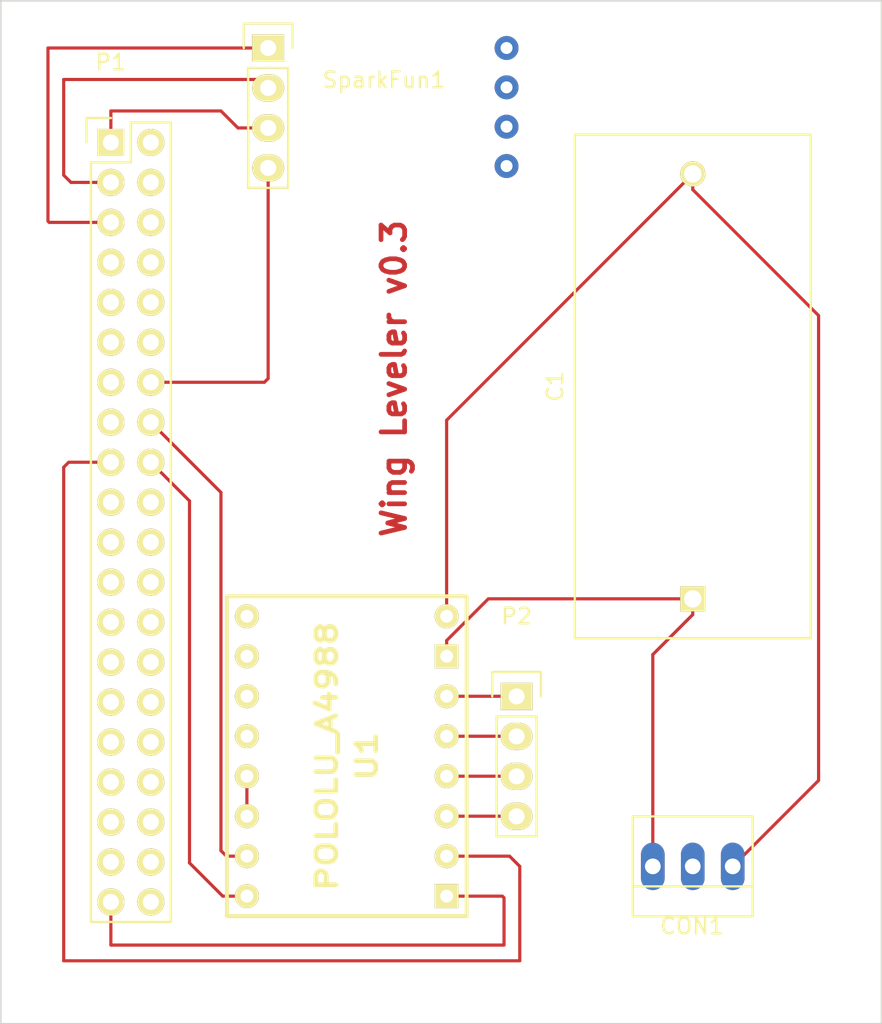
<source format=kicad_pcb>
(kicad_pcb (version 4) (host pcbnew 4.0.4-stable)

  (general
    (links 17)
    (no_connects 0)
    (area 195.949999 77.949999 252.050001 143.050001)
    (thickness 1.6)
    (drawings 5)
    (tracks 57)
    (zones 0)
    (modules 6)
    (nets 16)
  )

  (page A4)
  (layers
    (0 F.Cu signal)
    (31 B.Cu signal)
    (32 B.Adhes user)
    (33 F.Adhes user)
    (34 B.Paste user)
    (35 F.Paste user)
    (36 B.SilkS user)
    (37 F.SilkS user)
    (38 B.Mask user)
    (39 F.Mask user)
    (40 Dwgs.User user)
    (41 Cmts.User user)
    (42 Eco1.User user)
    (43 Eco2.User user)
    (44 Edge.Cuts user)
    (45 Margin user)
    (46 B.CrtYd user)
    (47 F.CrtYd user)
    (48 B.Fab user)
    (49 F.Fab user)
  )

  (setup
    (last_trace_width 0.2)
    (trace_clearance 0.2)
    (zone_clearance 0.508)
    (zone_45_only no)
    (trace_min 0.2)
    (segment_width 0.2)
    (edge_width 0.1)
    (via_size 0.6)
    (via_drill 0.4)
    (via_min_size 0.4)
    (via_min_drill 0.3)
    (uvia_size 0.3)
    (uvia_drill 0.1)
    (uvias_allowed no)
    (uvia_min_size 0.2)
    (uvia_min_drill 0.1)
    (pcb_text_width 0.3)
    (pcb_text_size 1.5 1.5)
    (mod_edge_width 0.15)
    (mod_text_size 1 1)
    (mod_text_width 0.15)
    (pad_size 1.5 1.5)
    (pad_drill 0.6)
    (pad_to_mask_clearance 0)
    (aux_axis_origin 196 78)
    (visible_elements FFFFFF7F)
    (pcbplotparams
      (layerselection 0x00030_80000001)
      (usegerberextensions false)
      (excludeedgelayer true)
      (linewidth 0.100000)
      (plotframeref false)
      (viasonmask false)
      (mode 1)
      (useauxorigin false)
      (hpglpennumber 1)
      (hpglpenspeed 20)
      (hpglpendiameter 15)
      (hpglpenoverlay 2)
      (psnegative false)
      (psa4output false)
      (plotreference true)
      (plotvalue true)
      (plotinvisibletext false)
      (padsonsilk false)
      (subtractmaskfromsilk false)
      (outputformat 1)
      (mirror false)
      (drillshape 1)
      (scaleselection 1)
      (outputdirectory ""))
  )

  (net 0 "")
  (net 1 "Net-(C1-Pad1)")
  (net 2 "Net-(C1-Pad2)")
  (net 3 "Net-(P1-Pad1)")
  (net 4 "Net-(P1-Pad3)")
  (net 5 "Net-(P1-Pad5)")
  (net 6 "Net-(P1-Pad16)")
  (net 7 "Net-(P1-Pad17)")
  (net 8 "Net-(P1-Pad18)")
  (net 9 "Net-(P1-Pad39)")
  (net 10 "Net-(P2-Pad1)")
  (net 11 "Net-(P2-Pad2)")
  (net 12 "Net-(P2-Pad3)")
  (net 13 "Net-(P2-Pad4)")
  (net 14 "Net-(U1-Pad13)")
  (net 15 "Net-(P1-Pad14)")

  (net_class Default "This is the default net class."
    (clearance 0.2)
    (trace_width 0.2)
    (via_dia 0.6)
    (via_drill 0.4)
    (uvia_dia 0.3)
    (uvia_drill 0.1)
    (add_net "Net-(C1-Pad1)")
    (add_net "Net-(C1-Pad2)")
    (add_net "Net-(P1-Pad1)")
    (add_net "Net-(P1-Pad14)")
    (add_net "Net-(P1-Pad16)")
    (add_net "Net-(P1-Pad17)")
    (add_net "Net-(P1-Pad18)")
    (add_net "Net-(P1-Pad3)")
    (add_net "Net-(P1-Pad39)")
    (add_net "Net-(P1-Pad5)")
    (add_net "Net-(P2-Pad1)")
    (add_net "Net-(P2-Pad2)")
    (add_net "Net-(P2-Pad3)")
    (add_net "Net-(P2-Pad4)")
    (add_net "Net-(U1-Pad13)")
  )

  (module Capacitors_ThroughHole:C_Rect_L32_W15_P27 (layer F.Cu) (tedit 0) (tstamp 5833FFF1)
    (at 240 116 90)
    (descr "Film Capacitor Length 32mm x Width 15mm, Pitch 27mm")
    (tags Capacitor)
    (path /58342D52)
    (fp_text reference C1 (at 13.5 -8.75 90) (layer F.SilkS)
      (effects (font (size 1 1) (thickness 0.15)))
    )
    (fp_text value C (at 13.5 8.75 90) (layer F.Fab)
      (effects (font (size 1 1) (thickness 0.15)))
    )
    (fp_line (start -2.75 -7.75) (end 29.75 -7.75) (layer F.CrtYd) (width 0.05))
    (fp_line (start 29.75 -7.75) (end 29.75 7.75) (layer F.CrtYd) (width 0.05))
    (fp_line (start 29.75 7.75) (end -2.75 7.75) (layer F.CrtYd) (width 0.05))
    (fp_line (start -2.75 7.75) (end -2.75 -7.75) (layer F.CrtYd) (width 0.05))
    (fp_line (start -2.5 -7.5) (end 29.5 -7.5) (layer F.SilkS) (width 0.15))
    (fp_line (start 29.5 -7.5) (end 29.5 7.5) (layer F.SilkS) (width 0.15))
    (fp_line (start 29.5 7.5) (end -2.5 7.5) (layer F.SilkS) (width 0.15))
    (fp_line (start -2.5 7.5) (end -2.5 -7.5) (layer F.SilkS) (width 0.15))
    (pad 1 thru_hole rect (at 0 0 90) (size 1.6 1.6) (drill 1.1) (layers *.Cu *.Mask F.SilkS)
      (net 1 "Net-(C1-Pad1)"))
    (pad 2 thru_hole circle (at 27 0 90) (size 1.6 1.6) (drill 1.1) (layers *.Cu *.Mask F.SilkS)
      (net 2 "Net-(C1-Pad2)"))
  )

  (module Connect:PINHEAD1-3 (layer F.Cu) (tedit 0) (tstamp 5833FFFD)
    (at 240 133 180)
    (path /5834133D)
    (attr virtual)
    (fp_text reference CON1 (at 0.05 -3.8 180) (layer F.SilkS)
      (effects (font (size 1 1) (thickness 0.15)))
    )
    (fp_text value BARREL_JACK (at 0 3.81 180) (layer F.Fab)
      (effects (font (size 1 1) (thickness 0.15)))
    )
    (fp_line (start -3.81 -3.175) (end -3.81 3.175) (layer F.SilkS) (width 0.15))
    (fp_line (start 3.81 -3.175) (end 3.81 3.175) (layer F.SilkS) (width 0.15))
    (fp_line (start 3.81 -1.27) (end -3.81 -1.27) (layer F.SilkS) (width 0.15))
    (fp_line (start -3.81 -3.175) (end 3.81 -3.175) (layer F.SilkS) (width 0.15))
    (fp_line (start 3.81 3.175) (end -3.81 3.175) (layer F.SilkS) (width 0.15))
    (pad 1 thru_hole oval (at -2.54 0 180) (size 1.50622 3.01498) (drill 0.99822) (layers *.Cu *.Mask)
      (net 2 "Net-(C1-Pad2)"))
    (pad 2 thru_hole oval (at 0 0 180) (size 1.50622 3.01498) (drill 0.99822) (layers *.Cu *.Mask))
    (pad 3 thru_hole oval (at 2.54 0 180) (size 1.50622 3.01498) (drill 0.99822) (layers *.Cu *.Mask)
      (net 1 "Net-(C1-Pad1)"))
  )

  (module Pin_Headers:Pin_Header_Straight_2x20 (layer F.Cu) (tedit 0) (tstamp 58340035)
    (at 203 87)
    (descr "Through hole pin header")
    (tags "pin header")
    (path /5833E9A2)
    (fp_text reference P1 (at 0 -5.1) (layer F.SilkS)
      (effects (font (size 1 1) (thickness 0.15)))
    )
    (fp_text value CONN_02X20 (at 0 -3.1) (layer F.Fab)
      (effects (font (size 1 1) (thickness 0.15)))
    )
    (fp_line (start -1.75 -1.75) (end -1.75 50.05) (layer F.CrtYd) (width 0.05))
    (fp_line (start 4.3 -1.75) (end 4.3 50.05) (layer F.CrtYd) (width 0.05))
    (fp_line (start -1.75 -1.75) (end 4.3 -1.75) (layer F.CrtYd) (width 0.05))
    (fp_line (start -1.75 50.05) (end 4.3 50.05) (layer F.CrtYd) (width 0.05))
    (fp_line (start 3.81 49.53) (end 3.81 -1.27) (layer F.SilkS) (width 0.15))
    (fp_line (start -1.27 1.27) (end -1.27 49.53) (layer F.SilkS) (width 0.15))
    (fp_line (start 3.81 49.53) (end -1.27 49.53) (layer F.SilkS) (width 0.15))
    (fp_line (start 3.81 -1.27) (end 1.27 -1.27) (layer F.SilkS) (width 0.15))
    (fp_line (start 0 -1.55) (end -1.55 -1.55) (layer F.SilkS) (width 0.15))
    (fp_line (start 1.27 -1.27) (end 1.27 1.27) (layer F.SilkS) (width 0.15))
    (fp_line (start 1.27 1.27) (end -1.27 1.27) (layer F.SilkS) (width 0.15))
    (fp_line (start -1.55 -1.55) (end -1.55 0) (layer F.SilkS) (width 0.15))
    (pad 1 thru_hole rect (at 0 0) (size 1.7272 1.7272) (drill 1.016) (layers *.Cu *.Mask F.SilkS)
      (net 3 "Net-(P1-Pad1)"))
    (pad 2 thru_hole oval (at 2.54 0) (size 1.7272 1.7272) (drill 1.016) (layers *.Cu *.Mask F.SilkS))
    (pad 3 thru_hole oval (at 0 2.54) (size 1.7272 1.7272) (drill 1.016) (layers *.Cu *.Mask F.SilkS)
      (net 4 "Net-(P1-Pad3)"))
    (pad 4 thru_hole oval (at 2.54 2.54) (size 1.7272 1.7272) (drill 1.016) (layers *.Cu *.Mask F.SilkS))
    (pad 5 thru_hole oval (at 0 5.08) (size 1.7272 1.7272) (drill 1.016) (layers *.Cu *.Mask F.SilkS)
      (net 5 "Net-(P1-Pad5)"))
    (pad 6 thru_hole oval (at 2.54 5.08) (size 1.7272 1.7272) (drill 1.016) (layers *.Cu *.Mask F.SilkS))
    (pad 7 thru_hole oval (at 0 7.62) (size 1.7272 1.7272) (drill 1.016) (layers *.Cu *.Mask F.SilkS))
    (pad 8 thru_hole oval (at 2.54 7.62) (size 1.7272 1.7272) (drill 1.016) (layers *.Cu *.Mask F.SilkS))
    (pad 9 thru_hole oval (at 0 10.16) (size 1.7272 1.7272) (drill 1.016) (layers *.Cu *.Mask F.SilkS))
    (pad 10 thru_hole oval (at 2.54 10.16) (size 1.7272 1.7272) (drill 1.016) (layers *.Cu *.Mask F.SilkS))
    (pad 11 thru_hole oval (at 0 12.7) (size 1.7272 1.7272) (drill 1.016) (layers *.Cu *.Mask F.SilkS))
    (pad 12 thru_hole oval (at 2.54 12.7) (size 1.7272 1.7272) (drill 1.016) (layers *.Cu *.Mask F.SilkS))
    (pad 13 thru_hole oval (at 0 15.24) (size 1.7272 1.7272) (drill 1.016) (layers *.Cu *.Mask F.SilkS))
    (pad 14 thru_hole oval (at 2.54 15.24) (size 1.7272 1.7272) (drill 1.016) (layers *.Cu *.Mask F.SilkS)
      (net 15 "Net-(P1-Pad14)"))
    (pad 15 thru_hole oval (at 0 17.78) (size 1.7272 1.7272) (drill 1.016) (layers *.Cu *.Mask F.SilkS))
    (pad 16 thru_hole oval (at 2.54 17.78) (size 1.7272 1.7272) (drill 1.016) (layers *.Cu *.Mask F.SilkS)
      (net 6 "Net-(P1-Pad16)"))
    (pad 17 thru_hole oval (at 0 20.32) (size 1.7272 1.7272) (drill 1.016) (layers *.Cu *.Mask F.SilkS)
      (net 7 "Net-(P1-Pad17)"))
    (pad 18 thru_hole oval (at 2.54 20.32) (size 1.7272 1.7272) (drill 1.016) (layers *.Cu *.Mask F.SilkS)
      (net 8 "Net-(P1-Pad18)"))
    (pad 19 thru_hole oval (at 0 22.86) (size 1.7272 1.7272) (drill 1.016) (layers *.Cu *.Mask F.SilkS))
    (pad 20 thru_hole oval (at 2.54 22.86) (size 1.7272 1.7272) (drill 1.016) (layers *.Cu *.Mask F.SilkS))
    (pad 21 thru_hole oval (at 0 25.4) (size 1.7272 1.7272) (drill 1.016) (layers *.Cu *.Mask F.SilkS))
    (pad 22 thru_hole oval (at 2.54 25.4) (size 1.7272 1.7272) (drill 1.016) (layers *.Cu *.Mask F.SilkS))
    (pad 23 thru_hole oval (at 0 27.94) (size 1.7272 1.7272) (drill 1.016) (layers *.Cu *.Mask F.SilkS))
    (pad 24 thru_hole oval (at 2.54 27.94) (size 1.7272 1.7272) (drill 1.016) (layers *.Cu *.Mask F.SilkS))
    (pad 25 thru_hole oval (at 0 30.48) (size 1.7272 1.7272) (drill 1.016) (layers *.Cu *.Mask F.SilkS))
    (pad 26 thru_hole oval (at 2.54 30.48) (size 1.7272 1.7272) (drill 1.016) (layers *.Cu *.Mask F.SilkS))
    (pad 27 thru_hole oval (at 0 33.02) (size 1.7272 1.7272) (drill 1.016) (layers *.Cu *.Mask F.SilkS))
    (pad 28 thru_hole oval (at 2.54 33.02) (size 1.7272 1.7272) (drill 1.016) (layers *.Cu *.Mask F.SilkS))
    (pad 29 thru_hole oval (at 0 35.56) (size 1.7272 1.7272) (drill 1.016) (layers *.Cu *.Mask F.SilkS))
    (pad 30 thru_hole oval (at 2.54 35.56) (size 1.7272 1.7272) (drill 1.016) (layers *.Cu *.Mask F.SilkS))
    (pad 31 thru_hole oval (at 0 38.1) (size 1.7272 1.7272) (drill 1.016) (layers *.Cu *.Mask F.SilkS))
    (pad 32 thru_hole oval (at 2.54 38.1) (size 1.7272 1.7272) (drill 1.016) (layers *.Cu *.Mask F.SilkS))
    (pad 33 thru_hole oval (at 0 40.64) (size 1.7272 1.7272) (drill 1.016) (layers *.Cu *.Mask F.SilkS))
    (pad 34 thru_hole oval (at 2.54 40.64) (size 1.7272 1.7272) (drill 1.016) (layers *.Cu *.Mask F.SilkS))
    (pad 35 thru_hole oval (at 0 43.18) (size 1.7272 1.7272) (drill 1.016) (layers *.Cu *.Mask F.SilkS))
    (pad 36 thru_hole oval (at 2.54 43.18) (size 1.7272 1.7272) (drill 1.016) (layers *.Cu *.Mask F.SilkS))
    (pad 37 thru_hole oval (at 0 45.72) (size 1.7272 1.7272) (drill 1.016) (layers *.Cu *.Mask F.SilkS))
    (pad 38 thru_hole oval (at 2.54 45.72) (size 1.7272 1.7272) (drill 1.016) (layers *.Cu *.Mask F.SilkS))
    (pad 39 thru_hole oval (at 0 48.26) (size 1.7272 1.7272) (drill 1.016) (layers *.Cu *.Mask F.SilkS)
      (net 9 "Net-(P1-Pad39)"))
    (pad 40 thru_hole oval (at 2.54 48.26) (size 1.7272 1.7272) (drill 1.016) (layers *.Cu *.Mask F.SilkS))
    (model Pin_Headers.3dshapes/Pin_Header_Straight_2x20.wrl
      (at (xyz 0.05 -0.95 0))
      (scale (xyz 1 1 1))
      (rotate (xyz 0 0 90))
    )
  )

  (module pololu:SWDIP8_.6W (layer F.Cu) (tedit 4E885F3C) (tstamp 5834006C)
    (at 218 126 90)
    (path /5833A602)
    (fp_text reference U1 (at 0 1.27 90) (layer F.SilkS)
      (effects (font (size 1.27 1.524) (thickness 0.3048)))
    )
    (fp_text value POLOLU_A4988 (at 0 -1.27 90) (layer F.SilkS)
      (effects (font (size 1.27 1.524) (thickness 0.3048)))
    )
    (fp_line (start -10.16 -7.62) (end 10.16 -7.62) (layer F.SilkS) (width 0.254))
    (fp_line (start 10.16 -7.62) (end 10.16 7.62) (layer F.SilkS) (width 0.254))
    (fp_line (start 10.16 7.62) (end -10.16 7.62) (layer F.SilkS) (width 0.254))
    (fp_line (start -10.16 7.62) (end -10.16 -7.62) (layer F.SilkS) (width 0.254))
    (pad 1 thru_hole rect (at -8.89 6.35 90) (size 1.524 1.524) (drill 0.8128) (layers *.Cu *.Mask F.SilkS)
      (net 9 "Net-(P1-Pad39)"))
    (pad 2 thru_hole circle (at -6.35 6.35 90) (size 1.524 1.524) (drill 0.8128) (layers *.Cu *.Mask F.SilkS)
      (net 7 "Net-(P1-Pad17)"))
    (pad 3 thru_hole circle (at -3.81 6.35 90) (size 1.524 1.524) (drill 0.8128) (layers *.Cu *.Mask F.SilkS)
      (net 13 "Net-(P2-Pad4)"))
    (pad 4 thru_hole circle (at -1.27 6.35 90) (size 1.524 1.524) (drill 0.8128) (layers *.Cu *.Mask F.SilkS)
      (net 12 "Net-(P2-Pad3)"))
    (pad 5 thru_hole circle (at 1.27 6.35 90) (size 1.524 1.524) (drill 0.8128) (layers *.Cu *.Mask F.SilkS)
      (net 11 "Net-(P2-Pad2)"))
    (pad 6 thru_hole circle (at 3.81 6.35 90) (size 1.524 1.524) (drill 0.8128) (layers *.Cu *.Mask F.SilkS)
      (net 10 "Net-(P2-Pad1)"))
    (pad 7 thru_hole rect (at 6.35 6.35 90) (size 1.524 1.524) (drill 0.8128) (layers *.Cu *.Mask F.SilkS)
      (net 1 "Net-(C1-Pad1)"))
    (pad 8 thru_hole circle (at 8.89 6.35 90) (size 1.524 1.524) (drill 0.8128) (layers *.Cu *.Mask F.SilkS)
      (net 2 "Net-(C1-Pad2)"))
    (pad 9 thru_hole circle (at 8.89 -6.35 90) (size 1.524 1.524) (drill 0.8128) (layers *.Cu *.Mask F.SilkS))
    (pad 10 thru_hole circle (at 6.35 -6.35 90) (size 1.524 1.524) (drill 0.8128) (layers *.Cu *.Mask F.SilkS))
    (pad 11 thru_hole circle (at 3.81 -6.35 90) (size 1.524 1.524) (drill 0.8128) (layers *.Cu *.Mask F.SilkS))
    (pad 12 thru_hole circle (at 1.27 -6.35 90) (size 1.524 1.524) (drill 0.8128) (layers *.Cu *.Mask F.SilkS))
    (pad 13 thru_hole circle (at -1.27 -6.35 90) (size 1.524 1.524) (drill 0.8128) (layers *.Cu *.Mask F.SilkS)
      (net 14 "Net-(U1-Pad13)"))
    (pad 14 thru_hole circle (at -3.81 -6.35 90) (size 1.524 1.524) (drill 0.8128) (layers *.Cu *.Mask F.SilkS)
      (net 14 "Net-(U1-Pad13)"))
    (pad 15 thru_hole circle (at -6.35 -6.35 90) (size 1.524 1.524) (drill 0.8128) (layers *.Cu *.Mask F.SilkS)
      (net 6 "Net-(P1-Pad16)"))
    (pad 16 thru_hole circle (at -8.89 -6.35 90) (size 1.524 1.524) (drill 0.8128) (layers *.Cu *.Mask F.SilkS)
      (net 8 "Net-(P1-Pad18)"))
  )

  (module Pin_Headers:Pin_Header_Straight_1x04 (layer F.Cu) (tedit 0) (tstamp 583D6EC6)
    (at 228.8 122.2)
    (descr "Through hole pin header")
    (tags "pin header")
    (path /5833D1BC)
    (fp_text reference P2 (at 0 -5.1) (layer F.SilkS)
      (effects (font (size 1 1) (thickness 0.15)))
    )
    (fp_text value CONN_01X04 (at 0 -3.1) (layer F.Fab)
      (effects (font (size 1 1) (thickness 0.15)))
    )
    (fp_line (start -1.75 -1.75) (end -1.75 9.4) (layer F.CrtYd) (width 0.05))
    (fp_line (start 1.75 -1.75) (end 1.75 9.4) (layer F.CrtYd) (width 0.05))
    (fp_line (start -1.75 -1.75) (end 1.75 -1.75) (layer F.CrtYd) (width 0.05))
    (fp_line (start -1.75 9.4) (end 1.75 9.4) (layer F.CrtYd) (width 0.05))
    (fp_line (start -1.27 1.27) (end -1.27 8.89) (layer F.SilkS) (width 0.15))
    (fp_line (start 1.27 1.27) (end 1.27 8.89) (layer F.SilkS) (width 0.15))
    (fp_line (start 1.55 -1.55) (end 1.55 0) (layer F.SilkS) (width 0.15))
    (fp_line (start -1.27 8.89) (end 1.27 8.89) (layer F.SilkS) (width 0.15))
    (fp_line (start 1.27 1.27) (end -1.27 1.27) (layer F.SilkS) (width 0.15))
    (fp_line (start -1.55 0) (end -1.55 -1.55) (layer F.SilkS) (width 0.15))
    (fp_line (start -1.55 -1.55) (end 1.55 -1.55) (layer F.SilkS) (width 0.15))
    (pad 1 thru_hole rect (at 0 0) (size 2.032 1.7272) (drill 1.016) (layers *.Cu *.Mask F.SilkS)
      (net 10 "Net-(P2-Pad1)"))
    (pad 2 thru_hole oval (at 0 2.54) (size 2.032 1.7272) (drill 1.016) (layers *.Cu *.Mask F.SilkS)
      (net 11 "Net-(P2-Pad2)"))
    (pad 3 thru_hole oval (at 0 5.08) (size 2.032 1.7272) (drill 1.016) (layers *.Cu *.Mask F.SilkS)
      (net 12 "Net-(P2-Pad3)"))
    (pad 4 thru_hole oval (at 0 7.62) (size 2.032 1.7272) (drill 1.016) (layers *.Cu *.Mask F.SilkS)
      (net 13 "Net-(P2-Pad4)"))
    (model Pin_Headers.3dshapes/Pin_Header_Straight_1x04.wrl
      (at (xyz 0 -0.15 0))
      (scale (xyz 1 1 1))
      (rotate (xyz 0 0 90))
    )
  )

  (module Connectors_Harwin:mpu9250SparkFun2 (layer F.Cu) (tedit 58340C60) (tstamp 583D6ED8)
    (at 213 81)
    (descr "Through hole pin header")
    (tags "pin header")
    (path /5833F1BB)
    (fp_text reference SparkFun1 (at 7.366 2.032) (layer F.SilkS)
      (effects (font (size 1 1) (thickness 0.15)))
    )
    (fp_text value MPU9250 (at 7.366 4.572) (layer F.Fab)
      (effects (font (size 1 1) (thickness 0.15)))
    )
    (fp_line (start -1.75 -1.75) (end -1.75 9.4) (layer F.CrtYd) (width 0.05))
    (fp_line (start 1.75 -1.75) (end 1.75 9.4) (layer F.CrtYd) (width 0.05))
    (fp_line (start -1.75 -1.75) (end 1.75 -1.75) (layer F.CrtYd) (width 0.05))
    (fp_line (start -1.75 9.4) (end 1.75 9.4) (layer F.CrtYd) (width 0.05))
    (fp_line (start -1.27 1.27) (end -1.27 8.89) (layer F.SilkS) (width 0.15))
    (fp_line (start 1.27 1.27) (end 1.27 8.89) (layer F.SilkS) (width 0.15))
    (fp_line (start 1.55 -1.55) (end 1.55 0) (layer F.SilkS) (width 0.15))
    (fp_line (start -1.27 8.89) (end 1.27 8.89) (layer F.SilkS) (width 0.15))
    (fp_line (start 1.27 1.27) (end -1.27 1.27) (layer F.SilkS) (width 0.15))
    (fp_line (start -1.55 0) (end -1.55 -1.55) (layer F.SilkS) (width 0.15))
    (fp_line (start -1.55 -1.55) (end 1.55 -1.55) (layer F.SilkS) (width 0.15))
    (pad 1 thru_hole rect (at 0 0) (size 2.032 1.7272) (drill 1.016) (layers *.Cu *.Mask F.SilkS)
      (net 5 "Net-(P1-Pad5)"))
    (pad 2 thru_hole oval (at 0 2.54) (size 2.032 1.7272) (drill 1.016) (layers *.Cu *.Mask F.SilkS)
      (net 4 "Net-(P1-Pad3)"))
    (pad 3 thru_hole oval (at 0 5.08) (size 2.032 1.7272) (drill 1.016) (layers *.Cu *.Mask F.SilkS)
      (net 3 "Net-(P1-Pad1)"))
    (pad 4 thru_hole oval (at 0 7.62) (size 2.032 1.7272) (drill 1.016) (layers *.Cu *.Mask F.SilkS)
      (net 15 "Net-(P1-Pad14)"))
    (pad 10 thru_hole circle (at 15.16 0) (size 1.524 1.524) (drill 0.762) (layers *.Cu *.Mask))
    (pad 11 thru_hole circle (at 15.16 2.5) (size 1.524 1.524) (drill 0.762) (layers *.Cu *.Mask))
    (pad 12 thru_hole circle (at 15.16 5) (size 1.524 1.524) (drill 0.762) (layers *.Cu *.Mask))
    (pad 13 thru_hole circle (at 15.16 7.5) (size 1.524 1.524) (drill 0.762) (layers *.Cu *.Mask))
    (model Pin_Headers.3dshapes/Pin_Header_Straight_1x04.wrl
      (at (xyz 0 -0.15 0))
      (scale (xyz 1 1 1))
      (rotate (xyz 0 0 90))
    )
  )

  (gr_line (start 196 78) (end 196 143) (angle 90) (layer Edge.Cuts) (width 0.1))
  (gr_line (start 252 78) (end 196 78) (angle 90) (layer Edge.Cuts) (width 0.1))
  (gr_line (start 252 143) (end 252 78) (angle 90) (layer Edge.Cuts) (width 0.1))
  (gr_line (start 196 143) (end 252 143) (angle 90) (layer Edge.Cuts) (width 0.1))
  (gr_text "Wing Leveler v0.3" (at 221 102 90) (layer F.Cu)
    (effects (font (size 1.5 1.5) (thickness 0.3)))
  )

  (segment (start 240 116) (end 240 117) (width 0.2) (layer F.Cu) (net 1) (status 400000))
  (segment (start 237.46 119.54) (end 237.46 133) (width 0.2) (layer F.Cu) (net 1) (tstamp 583D73A0) (status 800000))
  (segment (start 240 117) (end 237.46 119.54) (width 0.2) (layer F.Cu) (net 1) (tstamp 583D739E))
  (segment (start 224.35 119.65) (end 224.35 118.65) (width 0.2) (layer F.Cu) (net 1) (status 400000))
  (segment (start 227 116) (end 240 116) (width 0.2) (layer F.Cu) (net 1) (tstamp 583D739A) (status 800000))
  (segment (start 224.35 118.65) (end 227 116) (width 0.2) (layer F.Cu) (net 1) (tstamp 583D7398))
  (segment (start 240 89) (end 240 90) (width 0.2) (layer F.Cu) (net 2) (status 400000))
  (segment (start 248 127.54) (end 242.54 133) (width 0.2) (layer F.Cu) (net 2) (tstamp 583D7394) (status 800000))
  (segment (start 248 98) (end 248 127.54) (width 0.2) (layer F.Cu) (net 2) (tstamp 583D7392))
  (segment (start 240 90) (end 248 98) (width 0.2) (layer F.Cu) (net 2) (tstamp 583D7390))
  (segment (start 224.35 117.11) (end 224.35 104.65) (width 0.2) (layer F.Cu) (net 2))
  (segment (start 224.35 104.65) (end 240 89) (width 0.2) (layer F.Cu) (net 2) (tstamp 583D7363))
  (segment (start 203 87) (end 203 85) (width 0.2) (layer F.Cu) (net 3))
  (segment (start 211.08 86.08) (end 213 86.08) (width 0.2) (layer F.Cu) (net 3) (tstamp 583D71CB))
  (segment (start 210 85) (end 211.08 86.08) (width 0.2) (layer F.Cu) (net 3) (tstamp 583D71CA))
  (segment (start 203 85) (end 210 85) (width 0.2) (layer F.Cu) (net 3) (tstamp 583D71C9))
  (segment (start 212.46 83) (end 200 83) (width 0.2) (layer F.Cu) (net 4))
  (segment (start 200.46 89.54) (end 200 89.08) (width 0.2) (layer F.Cu) (net 4) (tstamp 583D71C1))
  (segment (start 200 89.08) (end 200 83) (width 0.2) (layer F.Cu) (net 4) (tstamp 583D71C2))
  (segment (start 200.46 89.54) (end 203 89.54) (width 0.2) (layer F.Cu) (net 4))
  (segment (start 212.46 83) (end 213 83.54) (width 0.2) (layer F.Cu) (net 4) (tstamp 583D71C5))
  (segment (start 213 81) (end 199 81) (width 0.2) (layer F.Cu) (net 5))
  (segment (start 199.08 92.08) (end 199 92) (width 0.2) (layer F.Cu) (net 5) (tstamp 583D71BA))
  (segment (start 199 92) (end 199 81) (width 0.2) (layer F.Cu) (net 5) (tstamp 583D71BB))
  (segment (start 199.08 92.08) (end 203 92.08) (width 0.2) (layer F.Cu) (net 5))
  (segment (start 211.65 132.35) (end 210.35 132.35) (width 0.2) (layer F.Cu) (net 6))
  (segment (start 210 109.24) (end 205.54 104.78) (width 0.2) (layer F.Cu) (net 6) (tstamp 583D7211))
  (segment (start 210 132) (end 210 109.24) (width 0.2) (layer F.Cu) (net 6) (tstamp 583D7210))
  (segment (start 210.35 132.35) (end 210 132) (width 0.2) (layer F.Cu) (net 6) (tstamp 583D720E))
  (segment (start 203 107.32) (end 200.32 107.32) (width 0.2) (layer F.Cu) (net 7))
  (segment (start 228.35 132.35) (end 224.35 132.35) (width 0.2) (layer F.Cu) (net 7) (tstamp 583D7204))
  (segment (start 229 133) (end 228.35 132.35) (width 0.2) (layer F.Cu) (net 7) (tstamp 583D7203))
  (segment (start 229 139) (end 229 133) (width 0.2) (layer F.Cu) (net 7) (tstamp 583D7202))
  (segment (start 200 139) (end 229 139) (width 0.2) (layer F.Cu) (net 7) (tstamp 583D7201))
  (segment (start 200 107.64) (end 200 139) (width 0.2) (layer F.Cu) (net 7) (tstamp 583D7200))
  (segment (start 200.32 107.32) (end 200 107.64) (width 0.2) (layer F.Cu) (net 7) (tstamp 583D71FF))
  (segment (start 211.65 134.89) (end 210.11 134.89) (width 0.2) (layer F.Cu) (net 8))
  (segment (start 208 109.78) (end 205.54 107.32) (width 0.2) (layer F.Cu) (net 8) (tstamp 583D720A))
  (segment (start 208 132.78) (end 208 109.78) (width 0.2) (layer F.Cu) (net 8) (tstamp 583D7208))
  (segment (start 210.11 134.89) (end 208 132.78) (width 0.2) (layer F.Cu) (net 8) (tstamp 583D7207))
  (segment (start 203 135.26) (end 203 138) (width 0.2) (layer F.Cu) (net 9))
  (segment (start 227.89 134.89) (end 224.35 134.89) (width 0.2) (layer F.Cu) (net 9) (tstamp 583D71FB))
  (segment (start 228 135) (end 227.89 134.89) (width 0.2) (layer F.Cu) (net 9) (tstamp 583D71FA))
  (segment (start 228 138) (end 228 135) (width 0.2) (layer F.Cu) (net 9) (tstamp 583D71F9))
  (segment (start 203 138) (end 228 138) (width 0.2) (layer F.Cu) (net 9) (tstamp 583D71F8))
  (segment (start 224.35 122.19) (end 228.79 122.19) (width 0.2) (layer F.Cu) (net 10))
  (segment (start 228.79 122.19) (end 228.8 122.2) (width 0.2) (layer F.Cu) (net 10) (tstamp 583D71F5))
  (segment (start 224.35 124.73) (end 228.79 124.73) (width 0.2) (layer F.Cu) (net 11))
  (segment (start 228.79 124.73) (end 228.8 124.74) (width 0.2) (layer F.Cu) (net 11) (tstamp 583D71F2))
  (segment (start 224.35 127.27) (end 228.79 127.27) (width 0.2) (layer F.Cu) (net 12))
  (segment (start 228.79 127.27) (end 228.8 127.28) (width 0.2) (layer F.Cu) (net 12) (tstamp 583D71EF))
  (segment (start 224.35 129.81) (end 228.79 129.81) (width 0.2) (layer F.Cu) (net 13))
  (segment (start 228.79 129.81) (end 228.8 129.82) (width 0.2) (layer F.Cu) (net 13) (tstamp 583D71EC))
  (segment (start 211.65 129.81) (end 211.65 127.27) (width 0.2) (layer F.Cu) (net 14))
  (segment (start 205.54 102.24) (end 212.76 102.24) (width 0.2) (layer F.Cu) (net 15))
  (segment (start 213 102) (end 213 88.62) (width 0.2) (layer F.Cu) (net 15) (tstamp 583D71B7))
  (segment (start 212.76 102.24) (end 213 102) (width 0.2) (layer F.Cu) (net 15) (tstamp 583D71B6))

)

</source>
